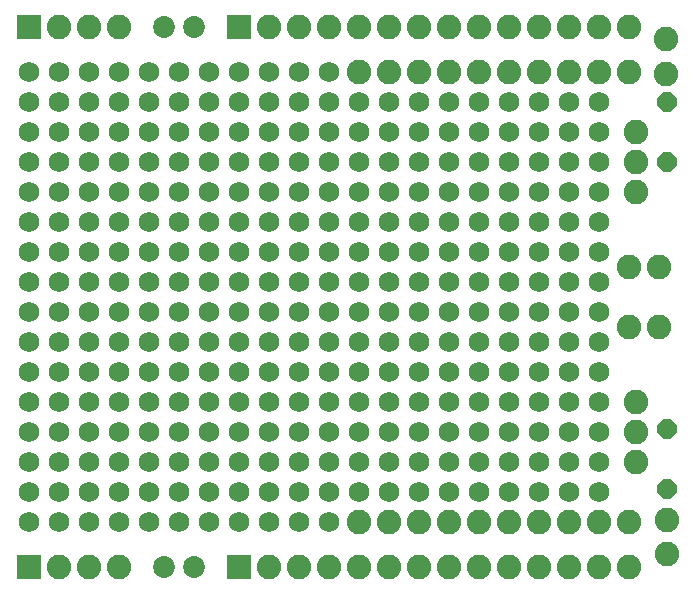
<source format=gbs>
G75*
G70*
%OFA0B0*%
%FSLAX24Y24*%
%IPPOS*%
%LPD*%
%AMOC8*
5,1,8,0,0,1.08239X$1,22.5*
%
%ADD10C,0.0820*%
%ADD11C,0.0730*%
%ADD12OC8,0.0640*%
%ADD13R,0.0820X0.0820*%
%ADD14C,0.0680*%
D10*
X002151Y001494D03*
X003151Y001494D03*
X004151Y001494D03*
X009151Y001494D03*
X010151Y001494D03*
X011151Y001494D03*
X012151Y001494D03*
X013151Y001494D03*
X014151Y001494D03*
X015151Y001494D03*
X016151Y001494D03*
X017151Y001494D03*
X018151Y001494D03*
X019151Y001494D03*
X020151Y001494D03*
X021151Y001494D03*
X022416Y001904D03*
X022416Y003044D03*
X021151Y002994D03*
X020151Y002994D03*
X019151Y002994D03*
X018151Y002994D03*
X017151Y002994D03*
X016151Y002994D03*
X015151Y002994D03*
X014151Y002994D03*
X013151Y002994D03*
X012151Y002994D03*
X021151Y009494D03*
X022151Y009494D03*
X022151Y011494D03*
X021151Y011494D03*
X021401Y013994D03*
X021401Y014994D03*
X021401Y015994D03*
X021151Y017994D03*
X020151Y017994D03*
X019151Y017994D03*
X018151Y017994D03*
X017151Y017994D03*
X016151Y017994D03*
X015151Y017994D03*
X014151Y017994D03*
X013151Y017994D03*
X012151Y017994D03*
X012156Y019469D03*
X011151Y019494D03*
X010151Y019494D03*
X009151Y019494D03*
X013156Y019469D03*
X014156Y019469D03*
X015156Y019469D03*
X016156Y019469D03*
X017156Y019469D03*
X018156Y019469D03*
X019156Y019469D03*
X020156Y019469D03*
X021156Y019469D03*
X022401Y019064D03*
X022401Y017924D03*
X021401Y006994D03*
X021401Y005994D03*
X021401Y004994D03*
X004151Y019494D03*
X003151Y019494D03*
X002151Y019494D03*
D11*
X005651Y019494D03*
X006651Y019494D03*
X006651Y001494D03*
X005651Y001494D03*
D12*
X022416Y004069D03*
X022416Y006069D03*
X022411Y014994D03*
X022411Y016994D03*
D13*
X001151Y001494D03*
X008151Y001494D03*
X008151Y019494D03*
X001151Y019494D03*
D14*
X001151Y017994D03*
X002151Y017994D03*
X002151Y016994D03*
X001151Y016994D03*
X001151Y015994D03*
X002151Y015994D03*
X002151Y014994D03*
X001151Y014994D03*
X001151Y013994D03*
X002151Y013994D03*
X002151Y012994D03*
X001151Y012994D03*
X001151Y011994D03*
X002151Y011994D03*
X002151Y010994D03*
X001151Y010994D03*
X001151Y009994D03*
X002151Y009994D03*
X002151Y008994D03*
X001151Y008994D03*
X001151Y007994D03*
X002151Y007994D03*
X002151Y006994D03*
X001151Y006994D03*
X001151Y005994D03*
X002151Y005994D03*
X002151Y004994D03*
X001151Y004994D03*
X001151Y003994D03*
X002151Y003994D03*
X002151Y002994D03*
X001151Y002994D03*
X003151Y002994D03*
X004151Y002994D03*
X005151Y002994D03*
X006151Y002994D03*
X007151Y002994D03*
X007151Y003994D03*
X006151Y003994D03*
X005151Y003994D03*
X004151Y003994D03*
X003151Y003994D03*
X003151Y004994D03*
X004151Y004994D03*
X005151Y004994D03*
X006151Y004994D03*
X007151Y004994D03*
X007151Y005994D03*
X006151Y005994D03*
X005151Y005994D03*
X004151Y005994D03*
X003151Y005994D03*
X003151Y006994D03*
X004151Y006994D03*
X005151Y006994D03*
X006151Y006994D03*
X007151Y006994D03*
X007151Y007994D03*
X006151Y007994D03*
X005151Y007994D03*
X004151Y007994D03*
X003151Y007994D03*
X003151Y008994D03*
X004151Y008994D03*
X005151Y008994D03*
X006151Y008994D03*
X007151Y008994D03*
X007151Y009994D03*
X006151Y009994D03*
X005151Y009994D03*
X004151Y009994D03*
X003151Y009994D03*
X003151Y010994D03*
X004151Y010994D03*
X005151Y010994D03*
X006151Y010994D03*
X007151Y010994D03*
X007151Y011994D03*
X006151Y011994D03*
X005151Y011994D03*
X004151Y011994D03*
X003151Y011994D03*
X003151Y012994D03*
X004151Y012994D03*
X005151Y012994D03*
X006151Y012994D03*
X007151Y012994D03*
X007151Y013994D03*
X006151Y013994D03*
X005151Y013994D03*
X004151Y013994D03*
X003151Y013994D03*
X003151Y014994D03*
X004151Y014994D03*
X005151Y014994D03*
X006151Y014994D03*
X007151Y014994D03*
X007151Y015994D03*
X006151Y015994D03*
X005151Y015994D03*
X004151Y015994D03*
X003151Y015994D03*
X003151Y016994D03*
X004151Y016994D03*
X005151Y016994D03*
X006151Y016994D03*
X007151Y016994D03*
X007151Y017994D03*
X006151Y017994D03*
X005151Y017994D03*
X004151Y017994D03*
X003151Y017994D03*
X008151Y017994D03*
X009151Y017994D03*
X010151Y017994D03*
X011151Y017994D03*
X011151Y016994D03*
X010151Y016994D03*
X009151Y016994D03*
X008151Y016994D03*
X008151Y015994D03*
X009151Y015994D03*
X010151Y015994D03*
X011151Y015994D03*
X012151Y015994D03*
X012151Y016994D03*
X013151Y016994D03*
X013151Y015994D03*
X013151Y014994D03*
X012151Y014994D03*
X011151Y014994D03*
X010151Y014994D03*
X009151Y014994D03*
X008151Y014994D03*
X008151Y013994D03*
X009151Y013994D03*
X010151Y013994D03*
X011151Y013994D03*
X012151Y013994D03*
X013151Y013994D03*
X013151Y012994D03*
X012151Y012994D03*
X011151Y012994D03*
X010151Y012994D03*
X009151Y012994D03*
X008151Y012994D03*
X008151Y011994D03*
X009151Y011994D03*
X010151Y011994D03*
X011151Y011994D03*
X012151Y011994D03*
X013151Y011994D03*
X013151Y010994D03*
X012151Y010994D03*
X011151Y010994D03*
X010151Y010994D03*
X009151Y010994D03*
X008151Y010994D03*
X008151Y009994D03*
X009151Y009994D03*
X010151Y009994D03*
X011151Y009994D03*
X012151Y009994D03*
X013151Y009994D03*
X013151Y008994D03*
X012151Y008994D03*
X011151Y008994D03*
X010151Y008994D03*
X009151Y008994D03*
X008151Y008994D03*
X008151Y007994D03*
X009151Y007994D03*
X010151Y007994D03*
X011151Y007994D03*
X012151Y007994D03*
X013151Y007994D03*
X013151Y006994D03*
X012151Y006994D03*
X011151Y006994D03*
X010151Y006994D03*
X009151Y006994D03*
X008151Y006994D03*
X008151Y005994D03*
X009151Y005994D03*
X010151Y005994D03*
X011151Y005994D03*
X012151Y005994D03*
X013151Y005994D03*
X013151Y004994D03*
X012151Y004994D03*
X011151Y004994D03*
X010151Y004994D03*
X009151Y004994D03*
X008151Y004994D03*
X008151Y003994D03*
X009151Y003994D03*
X010151Y003994D03*
X011151Y003994D03*
X012151Y003994D03*
X013151Y003994D03*
X014151Y003994D03*
X014151Y004994D03*
X015151Y004994D03*
X015151Y003994D03*
X016151Y003994D03*
X016151Y004994D03*
X017151Y004994D03*
X017151Y003994D03*
X018151Y003994D03*
X018151Y004994D03*
X018151Y005994D03*
X017151Y005994D03*
X016151Y005994D03*
X015151Y005994D03*
X014151Y005994D03*
X014151Y006994D03*
X015151Y006994D03*
X016151Y006994D03*
X017151Y006994D03*
X018151Y006994D03*
X018151Y007994D03*
X017151Y007994D03*
X016151Y007994D03*
X015151Y007994D03*
X014151Y007994D03*
X014151Y008994D03*
X015151Y008994D03*
X016151Y008994D03*
X017151Y008994D03*
X018151Y008994D03*
X018151Y009994D03*
X017151Y009994D03*
X016151Y009994D03*
X015151Y009994D03*
X014151Y009994D03*
X014151Y010994D03*
X015151Y010994D03*
X016151Y010994D03*
X017151Y010994D03*
X018151Y010994D03*
X018151Y011994D03*
X017151Y011994D03*
X016151Y011994D03*
X015151Y011994D03*
X014151Y011994D03*
X014151Y012994D03*
X015151Y012994D03*
X016151Y012994D03*
X017151Y012994D03*
X018151Y012994D03*
X018151Y013994D03*
X017151Y013994D03*
X016151Y013994D03*
X015151Y013994D03*
X014151Y013994D03*
X014151Y014994D03*
X015151Y014994D03*
X016151Y014994D03*
X017151Y014994D03*
X018151Y014994D03*
X018151Y015994D03*
X017151Y015994D03*
X016151Y015994D03*
X015151Y015994D03*
X014151Y015994D03*
X014151Y016994D03*
X015151Y016994D03*
X016151Y016994D03*
X017151Y016994D03*
X018151Y016994D03*
X019151Y016994D03*
X019151Y015994D03*
X020151Y015994D03*
X020151Y016994D03*
X020151Y014994D03*
X019151Y014994D03*
X019151Y013994D03*
X020151Y013994D03*
X020151Y012994D03*
X019151Y012994D03*
X019151Y011994D03*
X020151Y011994D03*
X020151Y010994D03*
X019151Y010994D03*
X019151Y009994D03*
X020151Y009994D03*
X020151Y008994D03*
X019151Y008994D03*
X019151Y007994D03*
X020151Y007994D03*
X020151Y006994D03*
X019151Y006994D03*
X019151Y005994D03*
X020151Y005994D03*
X020151Y004994D03*
X019151Y004994D03*
X019151Y003994D03*
X020151Y003994D03*
X011151Y002994D03*
X010151Y002994D03*
X009151Y002994D03*
X008151Y002994D03*
M02*

</source>
